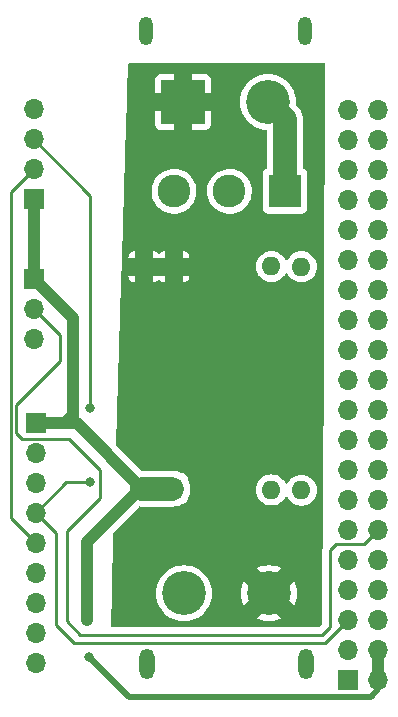
<source format=gbr>
%TF.GenerationSoftware,KiCad,Pcbnew,(6.0.5-0)*%
%TF.CreationDate,2024-03-03T23:29:24-05:00*%
%TF.ProjectId,CubeSat PCB V0.2,43756265-5361-4742-9050-43422056302e,rev?*%
%TF.SameCoordinates,Original*%
%TF.FileFunction,Copper,L1,Top*%
%TF.FilePolarity,Positive*%
%FSLAX46Y46*%
G04 Gerber Fmt 4.6, Leading zero omitted, Abs format (unit mm)*
G04 Created by KiCad (PCBNEW (6.0.5-0)) date 2024-03-03 23:29:24*
%MOMM*%
%LPD*%
G01*
G04 APERTURE LIST*
%TA.AperFunction,ComponentPad*%
%ADD10R,2.775000X2.775000*%
%TD*%
%TA.AperFunction,ComponentPad*%
%ADD11C,2.775000*%
%TD*%
%TA.AperFunction,ComponentPad*%
%ADD12R,3.716000X3.716000*%
%TD*%
%TA.AperFunction,ComponentPad*%
%ADD13C,3.716000*%
%TD*%
%TA.AperFunction,ComponentPad*%
%ADD14O,1.200000X2.400000*%
%TD*%
%TA.AperFunction,ComponentPad*%
%ADD15R,1.600000X1.600000*%
%TD*%
%TA.AperFunction,ComponentPad*%
%ADD16O,1.600000X1.600000*%
%TD*%
%TA.AperFunction,ComponentPad*%
%ADD17O,1.300000X2.600000*%
%TD*%
%TA.AperFunction,ComponentPad*%
%ADD18R,1.700000X1.700000*%
%TD*%
%TA.AperFunction,ComponentPad*%
%ADD19O,1.700000X1.700000*%
%TD*%
%TA.AperFunction,ViaPad*%
%ADD20C,0.800000*%
%TD*%
%TA.AperFunction,Conductor*%
%ADD21C,0.250000*%
%TD*%
%TA.AperFunction,Conductor*%
%ADD22C,0.500000*%
%TD*%
%TA.AperFunction,Conductor*%
%ADD23C,1.000000*%
%TD*%
%TA.AperFunction,Conductor*%
%ADD24C,2.000000*%
%TD*%
G04 APERTURE END LIST*
D10*
%TO.P,SW1,1,A*%
%TO.N,Net-(J4-Pad2)*%
X109150000Y-77700000D03*
D11*
%TO.P,SW1,2,B*%
%TO.N,GND*%
X104450000Y-77700000D03*
%TO.P,SW1,3,C*%
%TO.N,unconnected-(SW1-Pad3)*%
X99750000Y-77700000D03*
%TD*%
D12*
%TO.P,J4,1,+*%
%TO.N,+BATT*%
X100500000Y-70150000D03*
D13*
%TO.P,J4,2,-*%
%TO.N,Net-(J4-Pad2)*%
X107700000Y-70150000D03*
D14*
%TO.P,J4,S1*%
%TO.N,N/C*%
X97350000Y-64150000D03*
%TO.P,J4,S2*%
X110850000Y-64150000D03*
%TD*%
D15*
%TO.P,U1,1,Vin*%
%TO.N,+BATT*%
X97209500Y-84098000D03*
X99749500Y-84098000D03*
D16*
%TO.P,U1,2,GND*%
%TO.N,GND*%
X108004500Y-84072600D03*
X110544500Y-84098000D03*
D15*
%TO.P,U1,3,Vout*%
%TO.N,+5V*%
X97082500Y-102894000D03*
X99622500Y-102894000D03*
D16*
%TO.P,U1,4,GND*%
%TO.N,GND*%
X110544500Y-103021000D03*
X108004500Y-102995600D03*
%TD*%
D13*
%TO.P,J6,1,-*%
%TO.N,GND*%
X100600000Y-111750000D03*
%TO.P,J6,2,+*%
%TO.N,+BATT*%
X107800000Y-111750000D03*
D17*
%TO.P,J6,S1,SHIELD*%
%TO.N,N/C*%
X97450000Y-117750000D03*
%TO.P,J6,S2,SHIELD*%
X110950000Y-117750000D03*
%TD*%
D18*
%TO.P,J5,1,Pin_1*%
%TO.N,+5V*%
X87900000Y-85100000D03*
D19*
%TO.P,J5,2,Pin_2*%
%TO.N,/led*%
X87900000Y-87640000D03*
%TO.P,J5,3,Pin_3*%
%TO.N,GND*%
X87900000Y-90180000D03*
%TD*%
D18*
%TO.P,J1,1,3V3*%
%TO.N,unconnected-(J1-Pad1)*%
X114505000Y-119055000D03*
D19*
%TO.P,J1,2,5V*%
%TO.N,+5V*%
X117045000Y-119055000D03*
%TO.P,J1,3,SDA/GPIO2*%
%TO.N,/SDA*%
X114505000Y-116515000D03*
%TO.P,J1,4,5V*%
%TO.N,+5V*%
X117045000Y-116515000D03*
%TO.P,J1,5,SCL/GPIO3*%
%TO.N,/SCL*%
X114505000Y-113975000D03*
%TO.P,J1,6,GND*%
%TO.N,GND*%
X117045000Y-113975000D03*
%TO.P,J1,7,GCLK0/GPIO4*%
%TO.N,unconnected-(J1-Pad7)*%
X114505000Y-111435000D03*
%TO.P,J1,8,GPIO14/TXD*%
%TO.N,unconnected-(J1-Pad8)*%
X117045000Y-111435000D03*
%TO.P,J1,9,GND*%
%TO.N,GND*%
X114505000Y-108895000D03*
%TO.P,J1,10,GPIO15/RXD*%
%TO.N,unconnected-(J1-Pad10)*%
X117045000Y-108895000D03*
%TO.P,J1,11,GPIO17*%
%TO.N,unconnected-(J1-Pad11)*%
X114505000Y-106355000D03*
%TO.P,J1,12,GPIO18/PWM0*%
%TO.N,/led*%
X117045000Y-106355000D03*
%TO.P,J1,13,GPIO27*%
%TO.N,unconnected-(J1-Pad13)*%
X114505000Y-103815000D03*
%TO.P,J1,14,GND*%
%TO.N,GND*%
X117045000Y-103815000D03*
%TO.P,J1,15,GPIO22*%
%TO.N,unconnected-(J1-Pad15)*%
X114505000Y-101275000D03*
%TO.P,J1,16,GPIO23*%
%TO.N,unconnected-(J1-Pad16)*%
X117045000Y-101275000D03*
%TO.P,J1,17,3V3*%
%TO.N,unconnected-(J1-Pad17)*%
X114505000Y-98735000D03*
%TO.P,J1,18,GPIO24*%
%TO.N,unconnected-(J1-Pad18)*%
X117045000Y-98735000D03*
%TO.P,J1,19,MOSI0/GPIO10*%
%TO.N,unconnected-(J1-Pad19)*%
X114505000Y-96195000D03*
%TO.P,J1,20,GND*%
%TO.N,GND*%
X117045000Y-96195000D03*
%TO.P,J1,21,MISO0/GPIO9*%
%TO.N,unconnected-(J1-Pad21)*%
X114505000Y-93655000D03*
%TO.P,J1,22,GPIO25*%
%TO.N,unconnected-(J1-Pad22)*%
X117045000Y-93655000D03*
%TO.P,J1,23,SCLK0/GPIO11*%
%TO.N,unconnected-(J1-Pad23)*%
X114505000Y-91115000D03*
%TO.P,J1,24,~{CE0}/GPIO8*%
%TO.N,unconnected-(J1-Pad24)*%
X117045000Y-91115000D03*
%TO.P,J1,25,GND*%
%TO.N,GND*%
X114505000Y-88575000D03*
%TO.P,J1,26,~{CE1}/GPIO7*%
%TO.N,unconnected-(J1-Pad26)*%
X117045000Y-88575000D03*
%TO.P,J1,27,ID_SD/GPIO0*%
%TO.N,unconnected-(J1-Pad27)*%
X114505000Y-86035000D03*
%TO.P,J1,28,ID_SC/GPIO1*%
%TO.N,unconnected-(J1-Pad28)*%
X117045000Y-86035000D03*
%TO.P,J1,29,GCLK1/GPIO5*%
%TO.N,unconnected-(J1-Pad29)*%
X114505000Y-83495000D03*
%TO.P,J1,30,GND*%
%TO.N,GND*%
X117045000Y-83495000D03*
%TO.P,J1,31,GCLK2/GPIO6*%
%TO.N,unconnected-(J1-Pad31)*%
X114505000Y-80955000D03*
%TO.P,J1,32,PWM0/GPIO12*%
%TO.N,unconnected-(J1-Pad32)*%
X117045000Y-80955000D03*
%TO.P,J1,33,PWM1/GPIO13*%
%TO.N,unconnected-(J1-Pad33)*%
X114505000Y-78415000D03*
%TO.P,J1,34,GND*%
%TO.N,GND*%
X117045000Y-78415000D03*
%TO.P,J1,35,GPIO19/MISO1*%
%TO.N,unconnected-(J1-Pad35)*%
X114505000Y-75875000D03*
%TO.P,J1,36,GPIO16*%
%TO.N,unconnected-(J1-Pad36)*%
X117045000Y-75875000D03*
%TO.P,J1,37,GPIO26*%
%TO.N,unconnected-(J1-Pad37)*%
X114505000Y-73335000D03*
%TO.P,J1,38,GPIO20/MOSI1*%
%TO.N,unconnected-(J1-Pad38)*%
X117045000Y-73335000D03*
%TO.P,J1,39,GND*%
%TO.N,GND*%
X114505000Y-70795000D03*
%TO.P,J1,40,GPIO21/SCLK1*%
%TO.N,unconnected-(J1-Pad40)*%
X117045000Y-70795000D03*
%TD*%
D18*
%TO.P,J2,1,Pin_1*%
%TO.N,+5V*%
X87900000Y-78400000D03*
D19*
%TO.P,J2,2,Pin_2*%
%TO.N,/SDA*%
X87900000Y-75860000D03*
%TO.P,J2,3,Pin_3*%
%TO.N,/SCL*%
X87900000Y-73320000D03*
%TO.P,J2,4,Pin_4*%
%TO.N,GND*%
X87900000Y-70780000D03*
%TD*%
D18*
%TO.P,J3,1,Pin_1*%
%TO.N,+5V*%
X88050000Y-97330000D03*
D19*
%TO.P,J3,2,Pin_2*%
%TO.N,unconnected-(J3-Pad2)*%
X88050000Y-99870000D03*
%TO.P,J3,3,Pin_3*%
%TO.N,GND*%
X88050000Y-102410000D03*
%TO.P,J3,4,Pin_4*%
%TO.N,/SCL*%
X88050000Y-104950000D03*
%TO.P,J3,5,Pin_5*%
%TO.N,/SDA*%
X88050000Y-107490000D03*
%TO.P,J3,6,Pin_6*%
%TO.N,unconnected-(J3-Pad6)*%
X88050000Y-110030000D03*
%TO.P,J3,7,Pin_7*%
%TO.N,unconnected-(J3-Pad7)*%
X88050000Y-112570000D03*
%TO.P,J3,8,Pin_8*%
%TO.N,unconnected-(J3-Pad8)*%
X88050000Y-115110000D03*
%TO.P,J3,9,Pin_9*%
%TO.N,unconnected-(J3-Pad9)*%
X88050000Y-117650000D03*
%TD*%
D20*
%TO.N,/SCL*%
X92650000Y-102350000D03*
X92650000Y-96100000D03*
%TO.N,+5V*%
X92350000Y-114000000D03*
X92575000Y-117125000D03*
%TD*%
D21*
%TO.N,/SDA*%
X85950000Y-77810000D02*
X87900000Y-75860000D01*
X88050000Y-107490000D02*
X85950000Y-105390000D01*
X85950000Y-105390000D02*
X85950000Y-77810000D01*
%TO.N,/SCL*%
X89750000Y-106650000D02*
X89750000Y-114400000D01*
X92650000Y-102350000D02*
X90650000Y-102350000D01*
X92650000Y-96100000D02*
X92650000Y-78070000D01*
X90650000Y-102350000D02*
X88050000Y-104950000D01*
X92650000Y-78070000D02*
X87900000Y-73320000D01*
X91325000Y-115975000D02*
X112505000Y-115975000D01*
X89750000Y-114400000D02*
X91325000Y-115975000D01*
X88050000Y-104950000D02*
X89750000Y-106650000D01*
X112505000Y-115975000D02*
X114505000Y-113975000D01*
%TO.N,/led*%
X90100000Y-89840000D02*
X87900000Y-87640000D01*
X117045000Y-106355000D02*
X115800000Y-107600000D01*
X91825000Y-115250000D02*
X90700000Y-114125000D01*
X90700000Y-114125000D02*
X90700000Y-106500000D01*
X112300000Y-115250000D02*
X91825000Y-115250000D01*
X90850000Y-98650000D02*
X86875000Y-98650000D01*
X113450000Y-107600000D02*
X112950000Y-108100000D01*
X86875000Y-98650000D02*
X86399520Y-98174520D01*
X112950000Y-108100000D02*
X112950000Y-114600000D01*
X115800000Y-107600000D02*
X113450000Y-107600000D01*
X93525000Y-103675000D02*
X93525000Y-101325000D01*
X86399520Y-98174520D02*
X86399520Y-95800480D01*
X90700000Y-106500000D02*
X93525000Y-103675000D01*
X86399520Y-95800480D02*
X90100000Y-92100000D01*
X93525000Y-101325000D02*
X90850000Y-98650000D01*
X112950000Y-114600000D02*
X112300000Y-115250000D01*
X90100000Y-92100000D02*
X90100000Y-89840000D01*
D22*
%TO.N,+5V*%
X117045000Y-119880000D02*
X116400000Y-120525000D01*
D23*
X91200000Y-88400000D02*
X91200000Y-96650000D01*
X117045000Y-116515000D02*
X117045000Y-119055000D01*
X97082500Y-102894000D02*
X96856000Y-102894000D01*
X90520000Y-97330000D02*
X88050000Y-97330000D01*
X87900000Y-78400000D02*
X87900000Y-85100000D01*
X87900000Y-85100000D02*
X91200000Y-88400000D01*
X92350000Y-107400000D02*
X92350000Y-114000000D01*
X88050000Y-97330000D02*
X91518500Y-97330000D01*
D22*
X116400000Y-120525000D02*
X95975000Y-120525000D01*
D23*
X91518500Y-97330000D02*
X97082500Y-102894000D01*
D22*
X95975000Y-120525000D02*
X92575000Y-117125000D01*
D23*
X91200000Y-96650000D02*
X90520000Y-97330000D01*
X96856000Y-102894000D02*
X92350000Y-107400000D01*
D24*
X99622500Y-102894000D02*
X97082500Y-102894000D01*
D22*
X117045000Y-119055000D02*
X117045000Y-119880000D01*
D24*
%TO.N,Net-(J4-Pad2)*%
X107700000Y-70150000D02*
X109150000Y-71600000D01*
X109150000Y-71600000D02*
X109150000Y-77700000D01*
%TD*%
%TA.AperFunction,Conductor*%
%TO.N,+BATT*%
G36*
X100441368Y-66850861D02*
G01*
X112454869Y-66853113D01*
X112522985Y-66873128D01*
X112569467Y-66926792D01*
X112580842Y-66979855D01*
X112339778Y-107898031D01*
X112336327Y-107921778D01*
X112336818Y-107921856D01*
X112329901Y-107965524D01*
X112327495Y-107977144D01*
X112316500Y-108019970D01*
X112316500Y-108040224D01*
X112314949Y-108059934D01*
X112311780Y-108079943D01*
X112314768Y-108111547D01*
X112315941Y-108123961D01*
X112316500Y-108135819D01*
X112316500Y-111848890D01*
X112316498Y-111849632D01*
X112303232Y-114101559D01*
X112302059Y-114300586D01*
X112281656Y-114368588D01*
X112265156Y-114388940D01*
X112074499Y-114579596D01*
X112012187Y-114613621D01*
X111985404Y-114616500D01*
X94505982Y-114616500D01*
X94437861Y-114596498D01*
X94391368Y-114542842D01*
X94380042Y-114486614D01*
X94464488Y-111750000D01*
X98228422Y-111750000D01*
X98228692Y-111754119D01*
X98234904Y-111848890D01*
X98248711Y-112059553D01*
X98249513Y-112063586D01*
X98249514Y-112063592D01*
X98308426Y-112359760D01*
X98309232Y-112363810D01*
X98408948Y-112657564D01*
X98410772Y-112661262D01*
X98490765Y-112823472D01*
X98546153Y-112935789D01*
X98718501Y-113193725D01*
X98923041Y-113426959D01*
X99156275Y-113631499D01*
X99414211Y-113803847D01*
X99417910Y-113805671D01*
X99417915Y-113805674D01*
X99516465Y-113854273D01*
X99692436Y-113941052D01*
X99696341Y-113942377D01*
X99696342Y-113942378D01*
X99982277Y-114039440D01*
X99982281Y-114039441D01*
X99986190Y-114040768D01*
X99990234Y-114041572D01*
X99990240Y-114041574D01*
X100286408Y-114100486D01*
X100286414Y-114100487D01*
X100290447Y-114101289D01*
X100294552Y-114101558D01*
X100294559Y-114101559D01*
X100595881Y-114121308D01*
X100600000Y-114121578D01*
X100604119Y-114121308D01*
X100905441Y-114101559D01*
X100905448Y-114101558D01*
X100909553Y-114101289D01*
X100913586Y-114100487D01*
X100913592Y-114100486D01*
X101209760Y-114041574D01*
X101209766Y-114041572D01*
X101213810Y-114040768D01*
X101217719Y-114039441D01*
X101217723Y-114039440D01*
X101503658Y-113942378D01*
X101503659Y-113942377D01*
X101507564Y-113941052D01*
X101658431Y-113866653D01*
X106749627Y-113866653D01*
X106753681Y-113872069D01*
X106888930Y-113938766D01*
X106896534Y-113941916D01*
X107182413Y-114038959D01*
X107190365Y-114041090D01*
X107486469Y-114099988D01*
X107494627Y-114101062D01*
X107795881Y-114120807D01*
X107804119Y-114120807D01*
X108105373Y-114101062D01*
X108113531Y-114099988D01*
X108409635Y-114041090D01*
X108417587Y-114038959D01*
X108703466Y-113941916D01*
X108711070Y-113938766D01*
X108840177Y-113875097D01*
X108850556Y-113865550D01*
X108848457Y-113859117D01*
X107812812Y-112823472D01*
X107798868Y-112815858D01*
X107797035Y-112815989D01*
X107790420Y-112820240D01*
X106756387Y-113854273D01*
X106749627Y-113866653D01*
X101658431Y-113866653D01*
X101683535Y-113854273D01*
X101782085Y-113805674D01*
X101782090Y-113805671D01*
X101785789Y-113803847D01*
X102043725Y-113631499D01*
X102276959Y-113426959D01*
X102481499Y-113193725D01*
X102653847Y-112935789D01*
X102709236Y-112823472D01*
X102789228Y-112661262D01*
X102791052Y-112657564D01*
X102890768Y-112363810D01*
X102891574Y-112359760D01*
X102950486Y-112063592D01*
X102950487Y-112063586D01*
X102951289Y-112059553D01*
X102965097Y-111848890D01*
X102971308Y-111754119D01*
X105429193Y-111754119D01*
X105448938Y-112055373D01*
X105450012Y-112063531D01*
X105508910Y-112359635D01*
X105511041Y-112367587D01*
X105608084Y-112653466D01*
X105611234Y-112661070D01*
X105674903Y-112790177D01*
X105684450Y-112800556D01*
X105690883Y-112798457D01*
X106726528Y-111762812D01*
X106732906Y-111751132D01*
X108865858Y-111751132D01*
X108865989Y-111752965D01*
X108870240Y-111759580D01*
X109904273Y-112793613D01*
X109916653Y-112800373D01*
X109922069Y-112796319D01*
X109988766Y-112661070D01*
X109991916Y-112653466D01*
X110088959Y-112367587D01*
X110091090Y-112359635D01*
X110149988Y-112063531D01*
X110151062Y-112055373D01*
X110170807Y-111754119D01*
X110170807Y-111745881D01*
X110151062Y-111444627D01*
X110149988Y-111436469D01*
X110091090Y-111140365D01*
X110088959Y-111132413D01*
X109991916Y-110846534D01*
X109988766Y-110838930D01*
X109925097Y-110709823D01*
X109915550Y-110699444D01*
X109909117Y-110701543D01*
X108873472Y-111737188D01*
X108865858Y-111751132D01*
X106732906Y-111751132D01*
X106734142Y-111748868D01*
X106734011Y-111747035D01*
X106729760Y-111740420D01*
X105695727Y-110706387D01*
X105683347Y-110699627D01*
X105677931Y-110703681D01*
X105611234Y-110838930D01*
X105608084Y-110846534D01*
X105511041Y-111132413D01*
X105508910Y-111140365D01*
X105450012Y-111436469D01*
X105448938Y-111444627D01*
X105429193Y-111745881D01*
X105429193Y-111754119D01*
X102971308Y-111754119D01*
X102971578Y-111750000D01*
X102951289Y-111440447D01*
X102891599Y-111140365D01*
X102891574Y-111140240D01*
X102891572Y-111140234D01*
X102890768Y-111136190D01*
X102791052Y-110842436D01*
X102710829Y-110679760D01*
X102655674Y-110567915D01*
X102655671Y-110567910D01*
X102653847Y-110564211D01*
X102481499Y-110306275D01*
X102276959Y-110073041D01*
X102043725Y-109868501D01*
X101785789Y-109696153D01*
X101782090Y-109694329D01*
X101782085Y-109694326D01*
X101660667Y-109634450D01*
X106749444Y-109634450D01*
X106751543Y-109640883D01*
X107787188Y-110676528D01*
X107801132Y-110684142D01*
X107802965Y-110684011D01*
X107809580Y-110679760D01*
X108843613Y-109645727D01*
X108850373Y-109633347D01*
X108846319Y-109627931D01*
X108711070Y-109561234D01*
X108703466Y-109558084D01*
X108417587Y-109461041D01*
X108409635Y-109458910D01*
X108113531Y-109400012D01*
X108105373Y-109398938D01*
X107804119Y-109379193D01*
X107795881Y-109379193D01*
X107494627Y-109398938D01*
X107486469Y-109400012D01*
X107190365Y-109458910D01*
X107182413Y-109461041D01*
X106896534Y-109558084D01*
X106888930Y-109561234D01*
X106759823Y-109624903D01*
X106749444Y-109634450D01*
X101660667Y-109634450D01*
X101639225Y-109623876D01*
X101507564Y-109558948D01*
X101503658Y-109557622D01*
X101217723Y-109460560D01*
X101217719Y-109460559D01*
X101213810Y-109459232D01*
X101209766Y-109458428D01*
X101209760Y-109458426D01*
X100913592Y-109399514D01*
X100913586Y-109399513D01*
X100909553Y-109398711D01*
X100905448Y-109398442D01*
X100905441Y-109398441D01*
X100604119Y-109378692D01*
X100600000Y-109378422D01*
X100595881Y-109378692D01*
X100294559Y-109398441D01*
X100294552Y-109398442D01*
X100290447Y-109398711D01*
X100286414Y-109399513D01*
X100286408Y-109399514D01*
X99990240Y-109458426D01*
X99990234Y-109458428D01*
X99986190Y-109459232D01*
X99982281Y-109460559D01*
X99982277Y-109460560D01*
X99696342Y-109557622D01*
X99692436Y-109558948D01*
X99560775Y-109623876D01*
X99417915Y-109694326D01*
X99417910Y-109694329D01*
X99414211Y-109696153D01*
X99156275Y-109868501D01*
X98923041Y-110073041D01*
X98718501Y-110306275D01*
X98546153Y-110564211D01*
X98544329Y-110567910D01*
X98544326Y-110567915D01*
X98489171Y-110679760D01*
X98408948Y-110842436D01*
X98309232Y-111136190D01*
X98308428Y-111140234D01*
X98308426Y-111140240D01*
X98308402Y-111140365D01*
X98248711Y-111440447D01*
X98228422Y-111750000D01*
X94464488Y-111750000D01*
X94623367Y-106601232D01*
X94645461Y-106533760D01*
X94660212Y-106516023D01*
X96753953Y-104422281D01*
X96816265Y-104388256D01*
X96864492Y-104387215D01*
X96945336Y-104401179D01*
X96949297Y-104401359D01*
X96949298Y-104401359D01*
X96973006Y-104402436D01*
X96973025Y-104402436D01*
X96974425Y-104402500D01*
X99683501Y-104402500D01*
X99686009Y-104402298D01*
X99686014Y-104402298D01*
X99859424Y-104388346D01*
X99859429Y-104388345D01*
X99864465Y-104387940D01*
X99869373Y-104386734D01*
X99869376Y-104386734D01*
X100095292Y-104331244D01*
X100100206Y-104330037D01*
X100104858Y-104328062D01*
X100104862Y-104328061D01*
X100318998Y-104237165D01*
X100323656Y-104235188D01*
X100327936Y-104232492D01*
X100327943Y-104232489D01*
X100344787Y-104221881D01*
X100411931Y-104202500D01*
X100470634Y-104202500D01*
X100532816Y-104195745D01*
X100669205Y-104144615D01*
X100785761Y-104057261D01*
X100873115Y-103940705D01*
X100924245Y-103804316D01*
X100931000Y-103742134D01*
X100931000Y-103678722D01*
X100948102Y-103615341D01*
X100984792Y-103552301D01*
X100987341Y-103547922D01*
X101017159Y-103470243D01*
X101072520Y-103326022D01*
X101072521Y-103326018D01*
X101074333Y-103321298D01*
X101075368Y-103316345D01*
X101122940Y-103088631D01*
X101122940Y-103088627D01*
X101123974Y-103083680D01*
X101127974Y-102995600D01*
X106691002Y-102995600D01*
X106710957Y-103223687D01*
X106712381Y-103229000D01*
X106712381Y-103229002D01*
X106716295Y-103243607D01*
X106770216Y-103444843D01*
X106772539Y-103449824D01*
X106772539Y-103449825D01*
X106864651Y-103647362D01*
X106864654Y-103647367D01*
X106866977Y-103652349D01*
X106885444Y-103678722D01*
X106978567Y-103811715D01*
X106998302Y-103839900D01*
X107160200Y-104001798D01*
X107164708Y-104004955D01*
X107164711Y-104004957D01*
X107190909Y-104023301D01*
X107347751Y-104133123D01*
X107352733Y-104135446D01*
X107352738Y-104135449D01*
X107476096Y-104192971D01*
X107555257Y-104229884D01*
X107560565Y-104231306D01*
X107560567Y-104231307D01*
X107771098Y-104287719D01*
X107771100Y-104287719D01*
X107776413Y-104289143D01*
X108004500Y-104309098D01*
X108232587Y-104289143D01*
X108237900Y-104287719D01*
X108237902Y-104287719D01*
X108448433Y-104231307D01*
X108448435Y-104231306D01*
X108453743Y-104229884D01*
X108532904Y-104192971D01*
X108656262Y-104135449D01*
X108656267Y-104135446D01*
X108661249Y-104133123D01*
X108818091Y-104023301D01*
X108844289Y-104004957D01*
X108844292Y-104004955D01*
X108848800Y-104001798D01*
X109010698Y-103839900D01*
X109030434Y-103811715D01*
X109123556Y-103678722D01*
X109142023Y-103652349D01*
X109144346Y-103647367D01*
X109144349Y-103647362D01*
X109154383Y-103625843D01*
X109201300Y-103572558D01*
X109269578Y-103553097D01*
X109337538Y-103573639D01*
X109382773Y-103625843D01*
X109404651Y-103672762D01*
X109404654Y-103672767D01*
X109406977Y-103677749D01*
X109452060Y-103742134D01*
X109520517Y-103839900D01*
X109538302Y-103865300D01*
X109700200Y-104027198D01*
X109704708Y-104030355D01*
X109704711Y-104030357D01*
X109732880Y-104050081D01*
X109887751Y-104158523D01*
X109892733Y-104160846D01*
X109892738Y-104160849D01*
X110056400Y-104237165D01*
X110095257Y-104255284D01*
X110100565Y-104256706D01*
X110100567Y-104256707D01*
X110311098Y-104313119D01*
X110311100Y-104313119D01*
X110316413Y-104314543D01*
X110544500Y-104334498D01*
X110772587Y-104314543D01*
X110777900Y-104313119D01*
X110777902Y-104313119D01*
X110988433Y-104256707D01*
X110988435Y-104256706D01*
X110993743Y-104255284D01*
X111032600Y-104237165D01*
X111196262Y-104160849D01*
X111196267Y-104160846D01*
X111201249Y-104158523D01*
X111356120Y-104050081D01*
X111384289Y-104030357D01*
X111384292Y-104030355D01*
X111388800Y-104027198D01*
X111550698Y-103865300D01*
X111568484Y-103839900D01*
X111636940Y-103742134D01*
X111682023Y-103677749D01*
X111684346Y-103672767D01*
X111684349Y-103672762D01*
X111776461Y-103475225D01*
X111776461Y-103475224D01*
X111778784Y-103470243D01*
X111838043Y-103249087D01*
X111857998Y-103021000D01*
X111838043Y-102792913D01*
X111834784Y-102780750D01*
X111780207Y-102577067D01*
X111780206Y-102577065D01*
X111778784Y-102571757D01*
X111694383Y-102390757D01*
X111684349Y-102369238D01*
X111684346Y-102369233D01*
X111682023Y-102364251D01*
X111608598Y-102259389D01*
X111553857Y-102181211D01*
X111553855Y-102181208D01*
X111550698Y-102176700D01*
X111388800Y-102014802D01*
X111384292Y-102011645D01*
X111384289Y-102011643D01*
X111306111Y-101956902D01*
X111201249Y-101883477D01*
X111196267Y-101881154D01*
X111196262Y-101881151D01*
X110998725Y-101789039D01*
X110998724Y-101789039D01*
X110993743Y-101786716D01*
X110988435Y-101785294D01*
X110988433Y-101785293D01*
X110777902Y-101728881D01*
X110777900Y-101728881D01*
X110772587Y-101727457D01*
X110544500Y-101707502D01*
X110316413Y-101727457D01*
X110311100Y-101728881D01*
X110311098Y-101728881D01*
X110100567Y-101785293D01*
X110100565Y-101785294D01*
X110095257Y-101786716D01*
X110090276Y-101789039D01*
X110090275Y-101789039D01*
X109892738Y-101881151D01*
X109892733Y-101881154D01*
X109887751Y-101883477D01*
X109782889Y-101956902D01*
X109704711Y-102011643D01*
X109704708Y-102011645D01*
X109700200Y-102014802D01*
X109538302Y-102176700D01*
X109535145Y-102181208D01*
X109535143Y-102181211D01*
X109480402Y-102259389D01*
X109406977Y-102364251D01*
X109404654Y-102369233D01*
X109404651Y-102369238D01*
X109394617Y-102390757D01*
X109347700Y-102444042D01*
X109279422Y-102463503D01*
X109211462Y-102442961D01*
X109166227Y-102390757D01*
X109144349Y-102343838D01*
X109144346Y-102343833D01*
X109142023Y-102338851D01*
X109031642Y-102181211D01*
X109013857Y-102155811D01*
X109013855Y-102155808D01*
X109010698Y-102151300D01*
X108848800Y-101989402D01*
X108844292Y-101986245D01*
X108844289Y-101986243D01*
X108766111Y-101931502D01*
X108661249Y-101858077D01*
X108656267Y-101855754D01*
X108656262Y-101855751D01*
X108458725Y-101763639D01*
X108458724Y-101763639D01*
X108453743Y-101761316D01*
X108448435Y-101759894D01*
X108448433Y-101759893D01*
X108237902Y-101703481D01*
X108237900Y-101703481D01*
X108232587Y-101702057D01*
X108004500Y-101682102D01*
X107776413Y-101702057D01*
X107771100Y-101703481D01*
X107771098Y-101703481D01*
X107560567Y-101759893D01*
X107560565Y-101759894D01*
X107555257Y-101761316D01*
X107550276Y-101763639D01*
X107550275Y-101763639D01*
X107352738Y-101855751D01*
X107352733Y-101855754D01*
X107347751Y-101858077D01*
X107242889Y-101931502D01*
X107164711Y-101986243D01*
X107164708Y-101986245D01*
X107160200Y-101989402D01*
X106998302Y-102151300D01*
X106995145Y-102155808D01*
X106995143Y-102155811D01*
X106977358Y-102181211D01*
X106866977Y-102338851D01*
X106864654Y-102343833D01*
X106864651Y-102343838D01*
X106854099Y-102366468D01*
X106770216Y-102546357D01*
X106768794Y-102551665D01*
X106768793Y-102551667D01*
X106731283Y-102691655D01*
X106710957Y-102767513D01*
X106691002Y-102995600D01*
X101127974Y-102995600D01*
X101134986Y-102841183D01*
X101134405Y-102836159D01*
X101107667Y-102605071D01*
X101107666Y-102605067D01*
X101107085Y-102600044D01*
X101090484Y-102541375D01*
X101042366Y-102371331D01*
X101040990Y-102366468D01*
X101038856Y-102361892D01*
X101038854Y-102361886D01*
X100942805Y-102155908D01*
X100931000Y-102102658D01*
X100931000Y-102045866D01*
X100924245Y-101983684D01*
X100873115Y-101847295D01*
X100785761Y-101730739D01*
X100669205Y-101643385D01*
X100532816Y-101592255D01*
X100470634Y-101585500D01*
X100406126Y-101585500D01*
X100346585Y-101570544D01*
X100232852Y-101509561D01*
X100228391Y-101507169D01*
X99998869Y-101428138D01*
X99899522Y-101410978D01*
X99763574Y-101387496D01*
X99763568Y-101387495D01*
X99759664Y-101386821D01*
X99755703Y-101386641D01*
X99755702Y-101386641D01*
X99731994Y-101385564D01*
X99731975Y-101385564D01*
X99730575Y-101385500D01*
X97052425Y-101385500D01*
X96984304Y-101365498D01*
X96963330Y-101348595D01*
X94889169Y-99274434D01*
X94855143Y-99212122D01*
X94852324Y-99181453D01*
X95277404Y-85406000D01*
X95291701Y-84942669D01*
X95901501Y-84942669D01*
X95901871Y-84949490D01*
X95907395Y-85000352D01*
X95911021Y-85015604D01*
X95956176Y-85136054D01*
X95964714Y-85151649D01*
X96041215Y-85253724D01*
X96053776Y-85266285D01*
X96155851Y-85342786D01*
X96171446Y-85351324D01*
X96291894Y-85396478D01*
X96307149Y-85400105D01*
X96358014Y-85405631D01*
X96364828Y-85406000D01*
X96441385Y-85406000D01*
X96456624Y-85401525D01*
X96457829Y-85400135D01*
X96459500Y-85392452D01*
X96459500Y-85387884D01*
X97959500Y-85387884D01*
X97963975Y-85403123D01*
X97965365Y-85404328D01*
X97973048Y-85405999D01*
X98054169Y-85405999D01*
X98060990Y-85405629D01*
X98111852Y-85400105D01*
X98127104Y-85396479D01*
X98247554Y-85351324D01*
X98263149Y-85342786D01*
X98365224Y-85266285D01*
X98377786Y-85253723D01*
X98378674Y-85252538D01*
X98379851Y-85251658D01*
X98384135Y-85247374D01*
X98384753Y-85247992D01*
X98435533Y-85210023D01*
X98506352Y-85204997D01*
X98568645Y-85239057D01*
X98580326Y-85252538D01*
X98581214Y-85253723D01*
X98593776Y-85266285D01*
X98695851Y-85342786D01*
X98711446Y-85351324D01*
X98831894Y-85396478D01*
X98847149Y-85400105D01*
X98898014Y-85405631D01*
X98904828Y-85406000D01*
X98981385Y-85406000D01*
X98996624Y-85401525D01*
X98997829Y-85400135D01*
X98999500Y-85392452D01*
X98999500Y-85387884D01*
X100499500Y-85387884D01*
X100503975Y-85403123D01*
X100505365Y-85404328D01*
X100513048Y-85405999D01*
X100594169Y-85405999D01*
X100600990Y-85405629D01*
X100651852Y-85400105D01*
X100667104Y-85396479D01*
X100787554Y-85351324D01*
X100803149Y-85342786D01*
X100905224Y-85266285D01*
X100917785Y-85253724D01*
X100994286Y-85151649D01*
X101002824Y-85136054D01*
X101047978Y-85015606D01*
X101051605Y-85000351D01*
X101057131Y-84949486D01*
X101057500Y-84942672D01*
X101057500Y-84866115D01*
X101053025Y-84850876D01*
X101051635Y-84849671D01*
X101043952Y-84848000D01*
X100517615Y-84848000D01*
X100502376Y-84852475D01*
X100501171Y-84853865D01*
X100499500Y-84861548D01*
X100499500Y-85387884D01*
X98999500Y-85387884D01*
X98999500Y-84866115D01*
X98995025Y-84850876D01*
X98993635Y-84849671D01*
X98985952Y-84848000D01*
X97977615Y-84848000D01*
X97962376Y-84852475D01*
X97961171Y-84853865D01*
X97959500Y-84861548D01*
X97959500Y-85387884D01*
X96459500Y-85387884D01*
X96459500Y-84866115D01*
X96455025Y-84850876D01*
X96453635Y-84849671D01*
X96445952Y-84848000D01*
X95919616Y-84848000D01*
X95904377Y-84852475D01*
X95903172Y-84853865D01*
X95901501Y-84861548D01*
X95901501Y-84942669D01*
X95291701Y-84942669D01*
X95318549Y-84072600D01*
X106691002Y-84072600D01*
X106710957Y-84300687D01*
X106712381Y-84306000D01*
X106712381Y-84306002D01*
X106716295Y-84320607D01*
X106770216Y-84521843D01*
X106772539Y-84526824D01*
X106772539Y-84526825D01*
X106864651Y-84724362D01*
X106864654Y-84724367D01*
X106866977Y-84729349D01*
X106887919Y-84759257D01*
X106950058Y-84848000D01*
X106998302Y-84916900D01*
X107160200Y-85078798D01*
X107164708Y-85081955D01*
X107164711Y-85081957D01*
X107190909Y-85100301D01*
X107347751Y-85210123D01*
X107352733Y-85212446D01*
X107352738Y-85212449D01*
X107550275Y-85304561D01*
X107555257Y-85306884D01*
X107560565Y-85308306D01*
X107560567Y-85308307D01*
X107771098Y-85364719D01*
X107771100Y-85364719D01*
X107776413Y-85366143D01*
X108004500Y-85386098D01*
X108232587Y-85366143D01*
X108237900Y-85364719D01*
X108237902Y-85364719D01*
X108448433Y-85308307D01*
X108448435Y-85308306D01*
X108453743Y-85306884D01*
X108458725Y-85304561D01*
X108656262Y-85212449D01*
X108656267Y-85212446D01*
X108661249Y-85210123D01*
X108818091Y-85100301D01*
X108844289Y-85081957D01*
X108844292Y-85081955D01*
X108848800Y-85078798D01*
X109010698Y-84916900D01*
X109058943Y-84848000D01*
X109121081Y-84759257D01*
X109142023Y-84729349D01*
X109144346Y-84724367D01*
X109144349Y-84724362D01*
X109154383Y-84702843D01*
X109201300Y-84649558D01*
X109269578Y-84630097D01*
X109337538Y-84650639D01*
X109382773Y-84702843D01*
X109404651Y-84749762D01*
X109404654Y-84749767D01*
X109406977Y-84754749D01*
X109410134Y-84759257D01*
X109520517Y-84916900D01*
X109538302Y-84942300D01*
X109700200Y-85104198D01*
X109704708Y-85107355D01*
X109704711Y-85107357D01*
X109745695Y-85136054D01*
X109887751Y-85235523D01*
X109892733Y-85237846D01*
X109892738Y-85237849D01*
X110090275Y-85329961D01*
X110095257Y-85332284D01*
X110100565Y-85333706D01*
X110100567Y-85333707D01*
X110311098Y-85390119D01*
X110311100Y-85390119D01*
X110316413Y-85391543D01*
X110544500Y-85411498D01*
X110772587Y-85391543D01*
X110777900Y-85390119D01*
X110777902Y-85390119D01*
X110988433Y-85333707D01*
X110988435Y-85333706D01*
X110993743Y-85332284D01*
X110998725Y-85329961D01*
X111196262Y-85237849D01*
X111196267Y-85237846D01*
X111201249Y-85235523D01*
X111343305Y-85136054D01*
X111384289Y-85107357D01*
X111384292Y-85107355D01*
X111388800Y-85104198D01*
X111550698Y-84942300D01*
X111568484Y-84916900D01*
X111678866Y-84759257D01*
X111682023Y-84754749D01*
X111684346Y-84749767D01*
X111684349Y-84749762D01*
X111776461Y-84552225D01*
X111776461Y-84552224D01*
X111778784Y-84547243D01*
X111838043Y-84326087D01*
X111857998Y-84098000D01*
X111838043Y-83869913D01*
X111836619Y-83864598D01*
X111780207Y-83654067D01*
X111780206Y-83654065D01*
X111778784Y-83648757D01*
X111694383Y-83467757D01*
X111684349Y-83446238D01*
X111684346Y-83446233D01*
X111682023Y-83441251D01*
X111550698Y-83253700D01*
X111388800Y-83091802D01*
X111384292Y-83088645D01*
X111384289Y-83088643D01*
X111306111Y-83033902D01*
X111201249Y-82960477D01*
X111196267Y-82958154D01*
X111196262Y-82958151D01*
X110998725Y-82866039D01*
X110998724Y-82866039D01*
X110993743Y-82863716D01*
X110988435Y-82862294D01*
X110988433Y-82862293D01*
X110777902Y-82805881D01*
X110777900Y-82805881D01*
X110772587Y-82804457D01*
X110544500Y-82784502D01*
X110316413Y-82804457D01*
X110311100Y-82805881D01*
X110311098Y-82805881D01*
X110100567Y-82862293D01*
X110100565Y-82862294D01*
X110095257Y-82863716D01*
X110090276Y-82866039D01*
X110090275Y-82866039D01*
X109892738Y-82958151D01*
X109892733Y-82958154D01*
X109887751Y-82960477D01*
X109782889Y-83033902D01*
X109704711Y-83088643D01*
X109704708Y-83088645D01*
X109700200Y-83091802D01*
X109538302Y-83253700D01*
X109406977Y-83441251D01*
X109404654Y-83446233D01*
X109404651Y-83446238D01*
X109394617Y-83467757D01*
X109347700Y-83521042D01*
X109279422Y-83540503D01*
X109211462Y-83519961D01*
X109166227Y-83467757D01*
X109144349Y-83420838D01*
X109144346Y-83420833D01*
X109142023Y-83415851D01*
X109031642Y-83258211D01*
X109013857Y-83232811D01*
X109013855Y-83232808D01*
X109010698Y-83228300D01*
X108848800Y-83066402D01*
X108844292Y-83063245D01*
X108844289Y-83063243D01*
X108741119Y-82991003D01*
X108661249Y-82935077D01*
X108656267Y-82932754D01*
X108656262Y-82932751D01*
X108458725Y-82840639D01*
X108458724Y-82840639D01*
X108453743Y-82838316D01*
X108448435Y-82836894D01*
X108448433Y-82836893D01*
X108237902Y-82780481D01*
X108237900Y-82780481D01*
X108232587Y-82779057D01*
X108004500Y-82759102D01*
X107776413Y-82779057D01*
X107771100Y-82780481D01*
X107771098Y-82780481D01*
X107560567Y-82836893D01*
X107560565Y-82836894D01*
X107555257Y-82838316D01*
X107550276Y-82840639D01*
X107550275Y-82840639D01*
X107352738Y-82932751D01*
X107352733Y-82932754D01*
X107347751Y-82935077D01*
X107267881Y-82991003D01*
X107164711Y-83063243D01*
X107164708Y-83063245D01*
X107160200Y-83066402D01*
X106998302Y-83228300D01*
X106995145Y-83232808D01*
X106995143Y-83232811D01*
X106977358Y-83258211D01*
X106866977Y-83415851D01*
X106864654Y-83420833D01*
X106864651Y-83420838D01*
X106852807Y-83446238D01*
X106770216Y-83623357D01*
X106710957Y-83844513D01*
X106691002Y-84072600D01*
X95318549Y-84072600D01*
X95341468Y-83329885D01*
X95901500Y-83329885D01*
X95905975Y-83345124D01*
X95907365Y-83346329D01*
X95915048Y-83348000D01*
X96441385Y-83348000D01*
X96456624Y-83343525D01*
X96457829Y-83342135D01*
X96459500Y-83334452D01*
X96459500Y-83329885D01*
X97959500Y-83329885D01*
X97963975Y-83345124D01*
X97965365Y-83346329D01*
X97973048Y-83348000D01*
X98981385Y-83348000D01*
X98996624Y-83343525D01*
X98997829Y-83342135D01*
X98999500Y-83334452D01*
X98999500Y-83329885D01*
X100499500Y-83329885D01*
X100503975Y-83345124D01*
X100505365Y-83346329D01*
X100513048Y-83348000D01*
X101039384Y-83348000D01*
X101054623Y-83343525D01*
X101055828Y-83342135D01*
X101057499Y-83334452D01*
X101057499Y-83253331D01*
X101057129Y-83246510D01*
X101051605Y-83195648D01*
X101047979Y-83180396D01*
X101002824Y-83059946D01*
X100994286Y-83044351D01*
X100917785Y-82942276D01*
X100905224Y-82929715D01*
X100803149Y-82853214D01*
X100787554Y-82844676D01*
X100667106Y-82799522D01*
X100651851Y-82795895D01*
X100600986Y-82790369D01*
X100594172Y-82790000D01*
X100517615Y-82790000D01*
X100502376Y-82794475D01*
X100501171Y-82795865D01*
X100499500Y-82803548D01*
X100499500Y-83329885D01*
X98999500Y-83329885D01*
X98999500Y-82808116D01*
X98995025Y-82792877D01*
X98993635Y-82791672D01*
X98985952Y-82790001D01*
X98904831Y-82790001D01*
X98898010Y-82790371D01*
X98847148Y-82795895D01*
X98831896Y-82799521D01*
X98711446Y-82844676D01*
X98695851Y-82853214D01*
X98593776Y-82929715D01*
X98581214Y-82942277D01*
X98580326Y-82943462D01*
X98579149Y-82944342D01*
X98574865Y-82948626D01*
X98574247Y-82948008D01*
X98523467Y-82985977D01*
X98452648Y-82991003D01*
X98390355Y-82956943D01*
X98378674Y-82943462D01*
X98377786Y-82942277D01*
X98365224Y-82929715D01*
X98263149Y-82853214D01*
X98247554Y-82844676D01*
X98127106Y-82799522D01*
X98111851Y-82795895D01*
X98060986Y-82790369D01*
X98054172Y-82790000D01*
X97977615Y-82790000D01*
X97962376Y-82794475D01*
X97961171Y-82795865D01*
X97959500Y-82803548D01*
X97959500Y-83329885D01*
X96459500Y-83329885D01*
X96459500Y-82808116D01*
X96455025Y-82792877D01*
X96453635Y-82791672D01*
X96445952Y-82790001D01*
X96364831Y-82790001D01*
X96358010Y-82790371D01*
X96307148Y-82795895D01*
X96291896Y-82799521D01*
X96171446Y-82844676D01*
X96155851Y-82853214D01*
X96053776Y-82929715D01*
X96041215Y-82942276D01*
X95964714Y-83044351D01*
X95956176Y-83059946D01*
X95911022Y-83180394D01*
X95907395Y-83195649D01*
X95901869Y-83246514D01*
X95901500Y-83253328D01*
X95901500Y-83329885D01*
X95341468Y-83329885D01*
X95517036Y-77640293D01*
X97850095Y-77640293D01*
X97860636Y-77908588D01*
X97908875Y-78172720D01*
X97993850Y-78427421D01*
X98113865Y-78667608D01*
X98266524Y-78888488D01*
X98448783Y-79085655D01*
X98452237Y-79088467D01*
X98653548Y-79252360D01*
X98653552Y-79252363D01*
X98657005Y-79255174D01*
X98887035Y-79393664D01*
X98891130Y-79395398D01*
X98891132Y-79395399D01*
X99021875Y-79450761D01*
X99134284Y-79498360D01*
X99138577Y-79499498D01*
X99138582Y-79499500D01*
X99263908Y-79532729D01*
X99393818Y-79567174D01*
X99660458Y-79598733D01*
X99928885Y-79592407D01*
X99933279Y-79591676D01*
X99933286Y-79591675D01*
X100189341Y-79549056D01*
X100189345Y-79549055D01*
X100193743Y-79548323D01*
X100449747Y-79467359D01*
X100453758Y-79465433D01*
X100453763Y-79465431D01*
X100687770Y-79353062D01*
X100687771Y-79353061D01*
X100691789Y-79351132D01*
X100695495Y-79348656D01*
X100911332Y-79204439D01*
X100911336Y-79204436D01*
X100915040Y-79201961D01*
X101115045Y-79022821D01*
X101287814Y-78817287D01*
X101429900Y-78589461D01*
X101538467Y-78343888D01*
X101611349Y-78085467D01*
X101612248Y-78078772D01*
X101646665Y-77822537D01*
X101646666Y-77822529D01*
X101647092Y-77819355D01*
X101650843Y-77700000D01*
X101646616Y-77640293D01*
X102550095Y-77640293D01*
X102560636Y-77908588D01*
X102608875Y-78172720D01*
X102693850Y-78427421D01*
X102813865Y-78667608D01*
X102966524Y-78888488D01*
X103148783Y-79085655D01*
X103152237Y-79088467D01*
X103353548Y-79252360D01*
X103353552Y-79252363D01*
X103357005Y-79255174D01*
X103587035Y-79393664D01*
X103591130Y-79395398D01*
X103591132Y-79395399D01*
X103721875Y-79450761D01*
X103834284Y-79498360D01*
X103838577Y-79499498D01*
X103838582Y-79499500D01*
X103963908Y-79532729D01*
X104093818Y-79567174D01*
X104360458Y-79598733D01*
X104628885Y-79592407D01*
X104633279Y-79591676D01*
X104633286Y-79591675D01*
X104889341Y-79549056D01*
X104889345Y-79549055D01*
X104893743Y-79548323D01*
X105149747Y-79467359D01*
X105153758Y-79465433D01*
X105153763Y-79465431D01*
X105387770Y-79353062D01*
X105387771Y-79353061D01*
X105391789Y-79351132D01*
X105395495Y-79348656D01*
X105611332Y-79204439D01*
X105611336Y-79204436D01*
X105615040Y-79201961D01*
X105815045Y-79022821D01*
X105987814Y-78817287D01*
X106129900Y-78589461D01*
X106238467Y-78343888D01*
X106311349Y-78085467D01*
X106312248Y-78078772D01*
X106346665Y-77822537D01*
X106346666Y-77822529D01*
X106347092Y-77819355D01*
X106350843Y-77700000D01*
X106331880Y-77432169D01*
X106275368Y-77169682D01*
X106182435Y-76917776D01*
X106054935Y-76681477D01*
X105895412Y-76465501D01*
X105707050Y-76274157D01*
X105703510Y-76271456D01*
X105703504Y-76271450D01*
X105497147Y-76113963D01*
X105497143Y-76113960D01*
X105493606Y-76111261D01*
X105259340Y-75980066D01*
X105008924Y-75883188D01*
X105004599Y-75882185D01*
X105004594Y-75882184D01*
X104831425Y-75842046D01*
X104747357Y-75822560D01*
X104479857Y-75799392D01*
X104475422Y-75799636D01*
X104475418Y-75799636D01*
X104216204Y-75813901D01*
X104216197Y-75813902D01*
X104211761Y-75814146D01*
X103948419Y-75866528D01*
X103695084Y-75955493D01*
X103456812Y-76079265D01*
X103453197Y-76081848D01*
X103453191Y-76081852D01*
X103241978Y-76232787D01*
X103241974Y-76232790D01*
X103238357Y-76235375D01*
X103044077Y-76420709D01*
X102877850Y-76631568D01*
X102742991Y-76863745D01*
X102741323Y-76867862D01*
X102741320Y-76867869D01*
X102722693Y-76913858D01*
X102642191Y-77112607D01*
X102577462Y-77373190D01*
X102550095Y-77640293D01*
X101646616Y-77640293D01*
X101631880Y-77432169D01*
X101575368Y-77169682D01*
X101482435Y-76917776D01*
X101354935Y-76681477D01*
X101195412Y-76465501D01*
X101007050Y-76274157D01*
X101003510Y-76271456D01*
X101003504Y-76271450D01*
X100797147Y-76113963D01*
X100797143Y-76113960D01*
X100793606Y-76111261D01*
X100559340Y-75980066D01*
X100308924Y-75883188D01*
X100304599Y-75882185D01*
X100304594Y-75882184D01*
X100131425Y-75842046D01*
X100047357Y-75822560D01*
X99779857Y-75799392D01*
X99775422Y-75799636D01*
X99775418Y-75799636D01*
X99516204Y-75813901D01*
X99516197Y-75813902D01*
X99511761Y-75814146D01*
X99248419Y-75866528D01*
X98995084Y-75955493D01*
X98756812Y-76079265D01*
X98753197Y-76081848D01*
X98753191Y-76081852D01*
X98541978Y-76232787D01*
X98541974Y-76232790D01*
X98538357Y-76235375D01*
X98344077Y-76420709D01*
X98177850Y-76631568D01*
X98042991Y-76863745D01*
X98041323Y-76867862D01*
X98041320Y-76867869D01*
X98022693Y-76913858D01*
X97942191Y-77112607D01*
X97877462Y-77373190D01*
X97850095Y-77640293D01*
X95517036Y-77640293D01*
X95689458Y-72052669D01*
X98134001Y-72052669D01*
X98134371Y-72059490D01*
X98139895Y-72110352D01*
X98143521Y-72125604D01*
X98188676Y-72246054D01*
X98197214Y-72261649D01*
X98273715Y-72363724D01*
X98286276Y-72376285D01*
X98388351Y-72452786D01*
X98403946Y-72461324D01*
X98524394Y-72506478D01*
X98539649Y-72510105D01*
X98590514Y-72515631D01*
X98597328Y-72516000D01*
X99731885Y-72516000D01*
X99747124Y-72511525D01*
X99748329Y-72510135D01*
X99750000Y-72502452D01*
X99750000Y-72497884D01*
X101250000Y-72497884D01*
X101254475Y-72513123D01*
X101255865Y-72514328D01*
X101263548Y-72515999D01*
X102402669Y-72515999D01*
X102409490Y-72515629D01*
X102460352Y-72510105D01*
X102475604Y-72506479D01*
X102596054Y-72461324D01*
X102611649Y-72452786D01*
X102713724Y-72376285D01*
X102726285Y-72363724D01*
X102802786Y-72261649D01*
X102811324Y-72246054D01*
X102856478Y-72125606D01*
X102860105Y-72110351D01*
X102865631Y-72059486D01*
X102866000Y-72052672D01*
X102866000Y-70918115D01*
X102861525Y-70902876D01*
X102860135Y-70901671D01*
X102852452Y-70900000D01*
X101268115Y-70900000D01*
X101252876Y-70904475D01*
X101251671Y-70905865D01*
X101250000Y-70913548D01*
X101250000Y-72497884D01*
X99750000Y-72497884D01*
X99750000Y-70918115D01*
X99745525Y-70902876D01*
X99744135Y-70901671D01*
X99736452Y-70900000D01*
X98152116Y-70900000D01*
X98136877Y-70904475D01*
X98135672Y-70905865D01*
X98134001Y-70913548D01*
X98134001Y-72052669D01*
X95689458Y-72052669D01*
X95748170Y-70150000D01*
X105328422Y-70150000D01*
X105328692Y-70154119D01*
X105339343Y-70316617D01*
X105348711Y-70459553D01*
X105349513Y-70463586D01*
X105349514Y-70463592D01*
X105408426Y-70759760D01*
X105409232Y-70763810D01*
X105410559Y-70767719D01*
X105410560Y-70767723D01*
X105480654Y-70974213D01*
X105508948Y-71057564D01*
X105510772Y-71061262D01*
X105641390Y-71326130D01*
X105646153Y-71335789D01*
X105818501Y-71593725D01*
X106023041Y-71826959D01*
X106256275Y-72031499D01*
X106514211Y-72203847D01*
X106517910Y-72205671D01*
X106517915Y-72205674D01*
X106631422Y-72261649D01*
X106792436Y-72341052D01*
X106796341Y-72342377D01*
X106796342Y-72342378D01*
X107082277Y-72439440D01*
X107082281Y-72439441D01*
X107086190Y-72440768D01*
X107090234Y-72441572D01*
X107090240Y-72441574D01*
X107386408Y-72500486D01*
X107386414Y-72500487D01*
X107390447Y-72501289D01*
X107394554Y-72501558D01*
X107394560Y-72501559D01*
X107523741Y-72510026D01*
X107590408Y-72534441D01*
X107633292Y-72591022D01*
X107641500Y-72635756D01*
X107641500Y-75727432D01*
X107621498Y-75795553D01*
X107567842Y-75842046D01*
X107559730Y-75845414D01*
X107515795Y-75861885D01*
X107399239Y-75949239D01*
X107311885Y-76065795D01*
X107260755Y-76202184D01*
X107254000Y-76264366D01*
X107254000Y-79135634D01*
X107260755Y-79197816D01*
X107311885Y-79334205D01*
X107399239Y-79450761D01*
X107515795Y-79538115D01*
X107652184Y-79589245D01*
X107714366Y-79596000D01*
X110585634Y-79596000D01*
X110647816Y-79589245D01*
X110784205Y-79538115D01*
X110900761Y-79450761D01*
X110988115Y-79334205D01*
X111039245Y-79197816D01*
X111046000Y-79135634D01*
X111046000Y-76264366D01*
X111039245Y-76202184D01*
X110988115Y-76065795D01*
X110900761Y-75949239D01*
X110784205Y-75861885D01*
X110740269Y-75845414D01*
X110683505Y-75802772D01*
X110658806Y-75736210D01*
X110658500Y-75727432D01*
X110658500Y-71624016D01*
X110658549Y-71620498D01*
X110661193Y-71525850D01*
X110661193Y-71525847D01*
X110661334Y-71520795D01*
X110650941Y-71442902D01*
X110650241Y-71436353D01*
X110644346Y-71363077D01*
X110644345Y-71363073D01*
X110643940Y-71358035D01*
X110636101Y-71326122D01*
X110633573Y-71312738D01*
X110629898Y-71285194D01*
X110629229Y-71280180D01*
X110606522Y-71204971D01*
X110604781Y-71198608D01*
X110587244Y-71127209D01*
X110586037Y-71122294D01*
X110573199Y-71092048D01*
X110568561Y-71079237D01*
X110560530Y-71052638D01*
X110559067Y-71047792D01*
X110556849Y-71043244D01*
X110556846Y-71043237D01*
X110524629Y-70977182D01*
X110521893Y-70971180D01*
X110493162Y-70903495D01*
X110491188Y-70898844D01*
X110473681Y-70871044D01*
X110467052Y-70859134D01*
X110452654Y-70829612D01*
X110407357Y-70765400D01*
X110403699Y-70759914D01*
X110364529Y-70697714D01*
X110364528Y-70697713D01*
X110361833Y-70693433D01*
X110358492Y-70689644D01*
X110358488Y-70689638D01*
X110340102Y-70668783D01*
X110331656Y-70658088D01*
X110315009Y-70634490D01*
X110312726Y-70631253D01*
X110293091Y-70609750D01*
X110253375Y-70570034D01*
X110247956Y-70564264D01*
X110204650Y-70515142D01*
X110204647Y-70515139D01*
X110201302Y-70511345D01*
X110169011Y-70484821D01*
X110159892Y-70476551D01*
X110097293Y-70413952D01*
X110063267Y-70351640D01*
X110060658Y-70316617D01*
X110071308Y-70154121D01*
X110071308Y-70154119D01*
X110071578Y-70150000D01*
X110051289Y-69840447D01*
X109990768Y-69536190D01*
X109943562Y-69397124D01*
X109892378Y-69246342D01*
X109892377Y-69246341D01*
X109891052Y-69242436D01*
X109753847Y-68964211D01*
X109581499Y-68706275D01*
X109376959Y-68473041D01*
X109143725Y-68268501D01*
X108885789Y-68096153D01*
X108882090Y-68094329D01*
X108882085Y-68094326D01*
X108739225Y-68023876D01*
X108607564Y-67958948D01*
X108603658Y-67957622D01*
X108317723Y-67860560D01*
X108317719Y-67860559D01*
X108313810Y-67859232D01*
X108309766Y-67858428D01*
X108309760Y-67858426D01*
X108013592Y-67799514D01*
X108013586Y-67799513D01*
X108009553Y-67798711D01*
X108005448Y-67798442D01*
X108005441Y-67798441D01*
X107704119Y-67778692D01*
X107700000Y-67778422D01*
X107695881Y-67778692D01*
X107394559Y-67798441D01*
X107394552Y-67798442D01*
X107390447Y-67798711D01*
X107386414Y-67799513D01*
X107386408Y-67799514D01*
X107090240Y-67858426D01*
X107090234Y-67858428D01*
X107086190Y-67859232D01*
X107082281Y-67860559D01*
X107082277Y-67860560D01*
X106796342Y-67957622D01*
X106792436Y-67958948D01*
X106660775Y-68023876D01*
X106517915Y-68094326D01*
X106517910Y-68094329D01*
X106514211Y-68096153D01*
X106256275Y-68268501D01*
X106023041Y-68473041D01*
X105818501Y-68706275D01*
X105646153Y-68964211D01*
X105508948Y-69242436D01*
X105507623Y-69246341D01*
X105507622Y-69246342D01*
X105456439Y-69397124D01*
X105409232Y-69536190D01*
X105348711Y-69840447D01*
X105328422Y-70150000D01*
X95748170Y-70150000D01*
X95771872Y-69381885D01*
X98134000Y-69381885D01*
X98138475Y-69397124D01*
X98139865Y-69398329D01*
X98147548Y-69400000D01*
X99731885Y-69400000D01*
X99747124Y-69395525D01*
X99748329Y-69394135D01*
X99750000Y-69386452D01*
X99750000Y-69381885D01*
X101250000Y-69381885D01*
X101254475Y-69397124D01*
X101255865Y-69398329D01*
X101263548Y-69400000D01*
X102847884Y-69400000D01*
X102863123Y-69395525D01*
X102864328Y-69394135D01*
X102865999Y-69386452D01*
X102865999Y-68247331D01*
X102865629Y-68240510D01*
X102860105Y-68189648D01*
X102856479Y-68174396D01*
X102811324Y-68053946D01*
X102802786Y-68038351D01*
X102726285Y-67936276D01*
X102713724Y-67923715D01*
X102611649Y-67847214D01*
X102596054Y-67838676D01*
X102475606Y-67793522D01*
X102460351Y-67789895D01*
X102409486Y-67784369D01*
X102402672Y-67784000D01*
X101268115Y-67784000D01*
X101252876Y-67788475D01*
X101251671Y-67789865D01*
X101250000Y-67797548D01*
X101250000Y-69381885D01*
X99750000Y-69381885D01*
X99750000Y-67802116D01*
X99745525Y-67786877D01*
X99744135Y-67785672D01*
X99736452Y-67784001D01*
X98597331Y-67784001D01*
X98590510Y-67784371D01*
X98539648Y-67789895D01*
X98524396Y-67793521D01*
X98403946Y-67838676D01*
X98388351Y-67847214D01*
X98286276Y-67923715D01*
X98273715Y-67936276D01*
X98197214Y-68038351D01*
X98188676Y-68053946D01*
X98143522Y-68174394D01*
X98139895Y-68189649D01*
X98134369Y-68240514D01*
X98134000Y-68247328D01*
X98134000Y-69381885D01*
X95771872Y-69381885D01*
X95846231Y-66972137D01*
X95868325Y-66904665D01*
X95923389Y-66859850D01*
X95972195Y-66850023D01*
X100441368Y-66850861D01*
G37*
%TD.AperFunction*%
%TD*%
M02*

</source>
